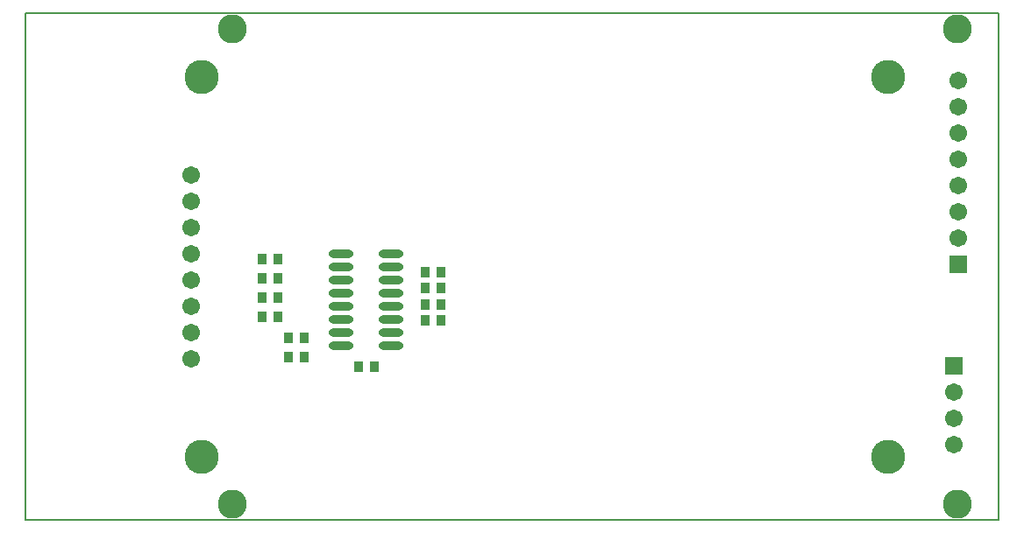
<source format=gbs>
%FSLAX25Y25*%
%MOIN*%
G70*
G01*
G75*
G04 Layer_Color=16711935*
%ADD10C,0.27559*%
%ADD11C,0.00800*%
%ADD12C,0.03000*%
%ADD13C,0.01000*%
%ADD14C,0.01500*%
%ADD15C,0.00500*%
%ADD16C,0.10236*%
%ADD17C,0.05906*%
%ADD18C,0.12205*%
%ADD19R,0.05906X0.05906*%
%ADD20C,0.02000*%
%ADD21C,0.03000*%
%ADD22C,0.07874*%
%ADD23R,0.02756X0.03347*%
%ADD24O,0.08661X0.02362*%
%ADD25C,0.00787*%
%ADD26C,0.28359*%
%ADD27C,0.11036*%
%ADD28C,0.06706*%
%ADD29C,0.13005*%
%ADD30R,0.06706X0.06706*%
%ADD31R,0.03556X0.04147*%
%ADD32O,0.09461X0.03162*%
D15*
X0Y-192913D02*
X370200D01*
X0Y0D02*
X370200D01*
X0Y-192913D02*
Y0D01*
X370079Y-192913D02*
Y0D01*
D27*
X354331Y-5906D02*
D03*
Y-187008D02*
D03*
X78740D02*
D03*
Y-5906D02*
D03*
D28*
X63260Y-61600D02*
D03*
Y-71600D02*
D03*
Y-81600D02*
D03*
Y-91600D02*
D03*
Y-101600D02*
D03*
Y-111600D02*
D03*
Y-121600D02*
D03*
Y-131600D02*
D03*
X353000Y-164400D02*
D03*
Y-154400D02*
D03*
Y-144400D02*
D03*
X354800Y-85600D02*
D03*
Y-75600D02*
D03*
Y-65600D02*
D03*
Y-55600D02*
D03*
Y-45600D02*
D03*
Y-35600D02*
D03*
Y-25600D02*
D03*
D29*
X67197Y-24317D02*
D03*
X328063D02*
D03*
Y-168884D02*
D03*
X67197D02*
D03*
D30*
X353000Y-134400D02*
D03*
X354800Y-95600D02*
D03*
D31*
X100200Y-123600D02*
D03*
X106105D02*
D03*
X132700Y-134600D02*
D03*
X126795D02*
D03*
X96005Y-115600D02*
D03*
X90100D02*
D03*
X158200Y-98700D02*
D03*
X152295D02*
D03*
X158200Y-104800D02*
D03*
X152295D02*
D03*
X158200Y-110900D02*
D03*
X152295D02*
D03*
X96005Y-108333D02*
D03*
X90100D02*
D03*
X96005Y-101067D02*
D03*
X90100D02*
D03*
X96005Y-93800D02*
D03*
X90100D02*
D03*
X100200Y-131000D02*
D03*
X106105D02*
D03*
X152295Y-117000D02*
D03*
X158200D02*
D03*
D32*
X139149Y-91800D02*
D03*
Y-96800D02*
D03*
Y-101800D02*
D03*
Y-106800D02*
D03*
Y-111800D02*
D03*
Y-116800D02*
D03*
Y-121800D02*
D03*
Y-126800D02*
D03*
X120251Y-91800D02*
D03*
Y-96800D02*
D03*
Y-101800D02*
D03*
Y-106800D02*
D03*
Y-111800D02*
D03*
Y-116800D02*
D03*
Y-121800D02*
D03*
Y-126800D02*
D03*
M02*

</source>
